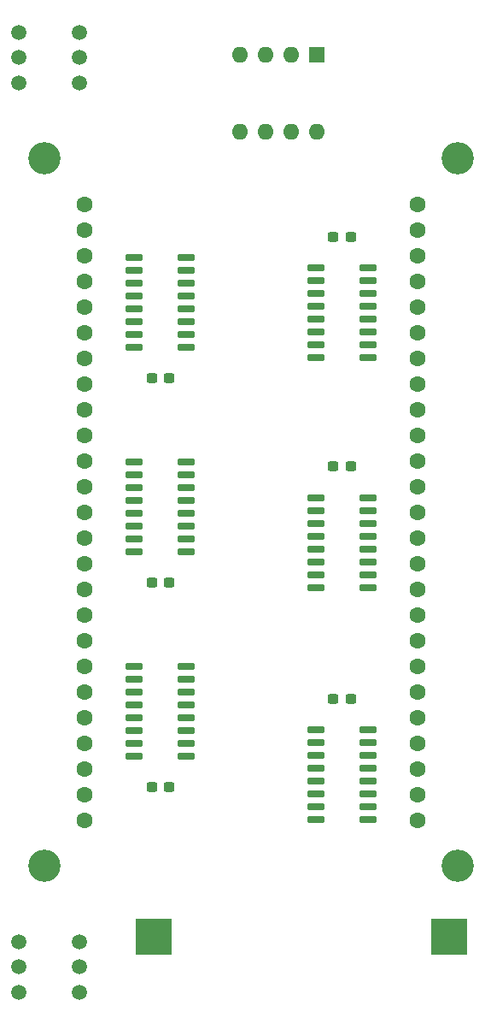
<source format=gbr>
%TF.GenerationSoftware,KiCad,Pcbnew,6.0.10-86aedd382b~118~ubuntu22.04.1*%
%TF.CreationDate,2023-02-24T18:01:10+02:00*%
%TF.ProjectId,JugCounter,4a756743-6f75-46e7-9465-722e6b696361,rev?*%
%TF.SameCoordinates,Original*%
%TF.FileFunction,Soldermask,Bot*%
%TF.FilePolarity,Negative*%
%FSLAX46Y46*%
G04 Gerber Fmt 4.6, Leading zero omitted, Abs format (unit mm)*
G04 Created by KiCad (PCBNEW 6.0.10-86aedd382b~118~ubuntu22.04.1) date 2023-02-24 18:01:10*
%MOMM*%
%LPD*%
G01*
G04 APERTURE LIST*
G04 Aperture macros list*
%AMRoundRect*
0 Rectangle with rounded corners*
0 $1 Rounding radius*
0 $2 $3 $4 $5 $6 $7 $8 $9 X,Y pos of 4 corners*
0 Add a 4 corners polygon primitive as box body*
4,1,4,$2,$3,$4,$5,$6,$7,$8,$9,$2,$3,0*
0 Add four circle primitives for the rounded corners*
1,1,$1+$1,$2,$3*
1,1,$1+$1,$4,$5*
1,1,$1+$1,$6,$7*
1,1,$1+$1,$8,$9*
0 Add four rect primitives between the rounded corners*
20,1,$1+$1,$2,$3,$4,$5,0*
20,1,$1+$1,$4,$5,$6,$7,0*
20,1,$1+$1,$6,$7,$8,$9,0*
20,1,$1+$1,$8,$9,$2,$3,0*%
G04 Aperture macros list end*
%ADD10R,1.600000X1.600000*%
%ADD11O,1.600000X1.600000*%
%ADD12C,3.200000*%
%ADD13C,1.500000*%
%ADD14C,1.600000*%
%ADD15RoundRect,0.150000X0.725000X0.150000X-0.725000X0.150000X-0.725000X-0.150000X0.725000X-0.150000X0*%
%ADD16RoundRect,0.150000X-0.725000X-0.150000X0.725000X-0.150000X0.725000X0.150000X-0.725000X0.150000X0*%
%ADD17RoundRect,0.237500X0.300000X0.237500X-0.300000X0.237500X-0.300000X-0.237500X0.300000X-0.237500X0*%
%ADD18R,3.600000X3.600000*%
%ADD19RoundRect,0.237500X-0.300000X-0.237500X0.300000X-0.237500X0.300000X0.237500X-0.300000X0.237500X0*%
G04 APERTURE END LIST*
D10*
%TO.C,U7*%
X46550000Y-19700000D03*
D11*
X44010000Y-19700000D03*
X41470000Y-19700000D03*
X38930000Y-19700000D03*
X38930000Y-27320000D03*
X41470000Y-27320000D03*
X44010000Y-27320000D03*
X46550000Y-27320000D03*
%TD*%
D12*
%TO.C,H3*%
X19500000Y-100000000D03*
%TD*%
D13*
%TO.C,SW2*%
X17000000Y-107500000D03*
X17000000Y-110000000D03*
X17000000Y-112500000D03*
X23000000Y-112500000D03*
X23000000Y-110000000D03*
X23000000Y-107500000D03*
%TD*%
D12*
%TO.C,H2*%
X60500000Y-100000000D03*
%TD*%
%TO.C,H4*%
X19500000Y-30000000D03*
%TD*%
%TO.C,H1*%
X60500000Y-30000000D03*
%TD*%
D13*
%TO.C,SW1*%
X17000000Y-17500000D03*
X17000000Y-20000000D03*
X17000000Y-22500000D03*
X23000000Y-22500000D03*
X23000000Y-20000000D03*
X23000000Y-17500000D03*
%TD*%
D14*
%TO.C,DS1*%
X23490000Y-34520000D03*
X23490000Y-37060000D03*
X23490000Y-39600000D03*
X23490000Y-42140000D03*
X23490000Y-44680000D03*
X23490000Y-47220000D03*
X23490000Y-49760000D03*
X23490000Y-52300000D03*
X23490000Y-54840000D03*
X23490000Y-57380000D03*
X23490000Y-59920000D03*
X23490000Y-62460000D03*
X23490000Y-65000000D03*
X23490000Y-67540000D03*
X23490000Y-70080000D03*
X23490000Y-72620000D03*
X23490000Y-75160000D03*
X23490000Y-77700000D03*
X23490000Y-80240000D03*
X23490000Y-82780000D03*
X23490000Y-85320000D03*
X23490000Y-87860000D03*
X23490000Y-90400000D03*
X23490000Y-92940000D03*
X23490000Y-95480000D03*
X56510000Y-95480000D03*
X56510000Y-92940000D03*
X56510000Y-90400000D03*
X56510000Y-87860000D03*
X56510000Y-85320000D03*
X56510000Y-82780000D03*
X56510000Y-80240000D03*
X56510000Y-77700000D03*
X56510000Y-75160000D03*
X56510000Y-72620000D03*
X56510000Y-70080000D03*
X56510000Y-67540000D03*
X56510000Y-65000000D03*
X56510000Y-62460000D03*
X56510000Y-59920000D03*
X56510000Y-57380000D03*
X56510000Y-54840000D03*
X56510000Y-52300000D03*
X56510000Y-49760000D03*
X56510000Y-47220000D03*
X56510000Y-44680000D03*
X56510000Y-42140000D03*
X56510000Y-39600000D03*
X56510000Y-37060000D03*
X56510000Y-34520000D03*
%TD*%
D15*
%TO.C,U3*%
X51575000Y-86555000D03*
X51575000Y-87825000D03*
X51575000Y-89095000D03*
X51575000Y-90365000D03*
X51575000Y-91635000D03*
X51575000Y-92905000D03*
X51575000Y-94175000D03*
X51575000Y-95445000D03*
X46425000Y-95445000D03*
X46425000Y-94175000D03*
X46425000Y-92905000D03*
X46425000Y-91635000D03*
X46425000Y-90365000D03*
X46425000Y-89095000D03*
X46425000Y-87825000D03*
X46425000Y-86555000D03*
%TD*%
D16*
%TO.C,U5*%
X28425000Y-68945000D03*
X28425000Y-67675000D03*
X28425000Y-66405000D03*
X28425000Y-65135000D03*
X28425000Y-63865000D03*
X28425000Y-62595000D03*
X28425000Y-61325000D03*
X28425000Y-60055000D03*
X33575000Y-60055000D03*
X33575000Y-61325000D03*
X33575000Y-62595000D03*
X33575000Y-63865000D03*
X33575000Y-65135000D03*
X33575000Y-66405000D03*
X33575000Y-67675000D03*
X33575000Y-68945000D03*
%TD*%
D17*
%TO.C,C5*%
X31862500Y-72000000D03*
X30137500Y-72000000D03*
%TD*%
D16*
%TO.C,U6*%
X28425000Y-48695000D03*
X28425000Y-47425000D03*
X28425000Y-46155000D03*
X28425000Y-44885000D03*
X28425000Y-43615000D03*
X28425000Y-42345000D03*
X28425000Y-41075000D03*
X28425000Y-39805000D03*
X33575000Y-39805000D03*
X33575000Y-41075000D03*
X33575000Y-42345000D03*
X33575000Y-43615000D03*
X33575000Y-44885000D03*
X33575000Y-46155000D03*
X33575000Y-47425000D03*
X33575000Y-48695000D03*
%TD*%
D15*
%TO.C,U1*%
X51575000Y-40805000D03*
X51575000Y-42075000D03*
X51575000Y-43345000D03*
X51575000Y-44615000D03*
X51575000Y-45885000D03*
X51575000Y-47155000D03*
X51575000Y-48425000D03*
X51575000Y-49695000D03*
X46425000Y-49695000D03*
X46425000Y-48425000D03*
X46425000Y-47155000D03*
X46425000Y-45885000D03*
X46425000Y-44615000D03*
X46425000Y-43345000D03*
X46425000Y-42075000D03*
X46425000Y-40805000D03*
%TD*%
D18*
%TO.C,BT1*%
X30350000Y-107000000D03*
X59650000Y-107000000D03*
%TD*%
D19*
%TO.C,C2*%
X48137500Y-60500000D03*
X49862500Y-60500000D03*
%TD*%
D17*
%TO.C,C6*%
X31862500Y-51750000D03*
X30137500Y-51750000D03*
%TD*%
D16*
%TO.C,U4*%
X28425000Y-89195000D03*
X28425000Y-87925000D03*
X28425000Y-86655000D03*
X28425000Y-85385000D03*
X28425000Y-84115000D03*
X28425000Y-82845000D03*
X28425000Y-81575000D03*
X28425000Y-80305000D03*
X33575000Y-80305000D03*
X33575000Y-81575000D03*
X33575000Y-82845000D03*
X33575000Y-84115000D03*
X33575000Y-85385000D03*
X33575000Y-86655000D03*
X33575000Y-87925000D03*
X33575000Y-89195000D03*
%TD*%
D15*
%TO.C,U2*%
X51575000Y-63555000D03*
X51575000Y-64825000D03*
X51575000Y-66095000D03*
X51575000Y-67365000D03*
X51575000Y-68635000D03*
X51575000Y-69905000D03*
X51575000Y-71175000D03*
X51575000Y-72445000D03*
X46425000Y-72445000D03*
X46425000Y-71175000D03*
X46425000Y-69905000D03*
X46425000Y-68635000D03*
X46425000Y-67365000D03*
X46425000Y-66095000D03*
X46425000Y-64825000D03*
X46425000Y-63555000D03*
%TD*%
D19*
%TO.C,C3*%
X48137500Y-83500000D03*
X49862500Y-83500000D03*
%TD*%
D17*
%TO.C,C4*%
X31862500Y-92250000D03*
X30137500Y-92250000D03*
%TD*%
D19*
%TO.C,C1*%
X48137500Y-37750000D03*
X49862500Y-37750000D03*
%TD*%
M02*

</source>
